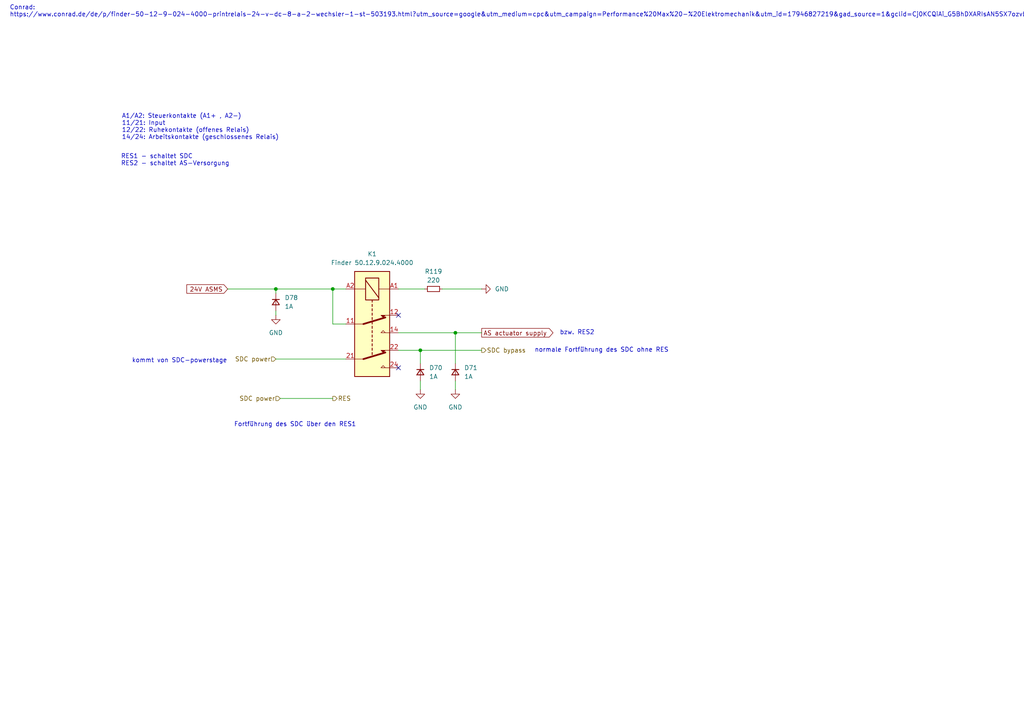
<source format=kicad_sch>
(kicad_sch (version 20231120) (generator "eeschema") (generator_version "8.0")
  (paper "A4")
  (title_block (title "PDU FT25") (date "2025-01-15") (rev "V1.2") (company "Janek Herm") (comment 1 "FaSTTUBe Electronics"))
  (lib_symbols
    (symbol "Device:D_Small" (pin_numbers hide) (pin_names (offset 0.254) hide)
      (property "Reference" "D" (at -1.27 2.032 0))
      (property "Value" "D_Small" (at -3.81 -2.032 0))
      (symbol "D_Small_0_1"
        (polyline (pts (xy -0.762 -1.016) (xy -0.762 1.016)) (stroke (width 0.254)))
        (polyline (pts (xy -0.762 0) (xy 0.762 0)))
        (polyline (pts (xy 0.762 -1.016) (xy -0.762 0) (xy 0.762 1.016) (xy 0.762 -1.016)) (stroke (width 0.254)))
      )
      (symbol "D_Small_1_1"
        (pin passive line (at -2.54 0 0) (length 1.778) (name "K") (number "1"))
        (pin passive line (at 2.54 0 180) (length 1.778) (name "A") (number "2"))
      )
    )
    (symbol "Device:R_Small" (pin_numbers hide) (pin_names (offset 0.254) hide)
      (property "Reference" "R" (at 0.762 0.508 0))
      (property "Value" "R_Small" (at 0.762 -1.016 0))
      (symbol "R_Small_0_1"
        (rectangle (start -0.762 1.778) (end 0.762 -1.778) (stroke (width 0.2032)))
      )
      (symbol "R_Small_1_1"
        (pin passive line (at 0 2.54 270) (length 0.762) (name "~") (number "1"))
        (pin passive line (at 0 -2.54 90) (length 0.762) (name "~") (number "2"))
      )
    )
    (symbol "Relay:Relay_DPDT"
      (property "Reference" "K" (at 16.51 3.81 0))
      (property "Value" "Relay_DPDT" (at 16.51 1.27 0))
      (symbol "Relay_DPDT_0_1"
        (rectangle (start -15.24 5.08) (end 15.24 -5.08) (stroke (width 0.254)) (fill (type background)))
        (rectangle (start -13.335 1.905) (end -6.985 -1.905) (stroke (width 0.254)))
        (polyline (pts (xy -12.7 -1.905) (xy -7.62 1.905)) (stroke (width 0.254)))
        (polyline (pts (xy -10.16 -5.08) (xy -10.16 -1.905)))
        (polyline (pts (xy -10.16 5.08) (xy -10.16 1.905)))
        (polyline (pts (xy -6.985 0) (xy -6.35 0)) (stroke (width 0.254)))
        (polyline (pts (xy -5.715 0) (xy -5.08 0)) (stroke (width 0.254)))
        (polyline (pts (xy -4.445 0) (xy -3.81 0)) (stroke (width 0.254)))
        (polyline (pts (xy -3.175 0) (xy -2.54 0)) (stroke (width 0.254)))
        (polyline (pts (xy -1.905 0) (xy -1.27 0)) (stroke (width 0.254)))
        (polyline (pts (xy -0.635 0) (xy 0 0)) (stroke (width 0.254)))
        (polyline (pts (xy 0 -2.54) (xy -1.905 3.81)) (stroke (width 0.508)))
        (polyline (pts (xy 0 -2.54) (xy 0 -5.08)))
        (polyline (pts (xy 0.635 0) (xy 1.27 0)) (stroke (width 0.254)))
        (polyline (pts (xy 1.905 0) (xy 2.54 0)) (stroke (width 0.254)))
        (polyline (pts (xy 3.175 0) (xy 3.81 0)) (stroke (width 0.254)))
        (polyline (pts (xy 4.445 0) (xy 5.08 0)) (stroke (width 0.254)))
        (polyline (pts (xy 5.715 0) (xy 6.35 0)) (stroke (width 0.254)))
        (polyline (pts (xy 6.985 0) (xy 7.62 0)) (stroke (width 0.254)))
        (polyline (pts (xy 8.255 0) (xy 8.89 0)) (stroke (width 0.254)))
        (polyline (pts (xy 10.16 -2.54) (xy 8.255 3.81)) (stroke (width 0.508)))
        (polyline (pts (xy 10.16 -2.54) (xy 10.16 -5.08)))
        (polyline (pts (xy -2.54 5.08) (xy -2.54 2.54) (xy -1.905 3.175) (xy -2.54 3.81)) (fill (type outline)))
        (polyline (pts (xy 2.54 5.08) (xy 2.54 2.54) (xy 1.905 3.175) (xy 2.54 3.81)))
        (polyline (pts (xy 7.62 5.08) (xy 7.62 2.54) (xy 8.255 3.175) (xy 7.62 3.81)) (fill (type outline)))
        (polyline (pts (xy 12.7 5.08) (xy 12.7 2.54) (xy 12.065 3.175) (xy 12.7 3.81)))
      )
      (symbol "Relay_DPDT_1_1"
        (pin passive line (at 0 -7.62 90) (length 2.54) (name "~") (number "11"))
        (pin passive line (at -2.54 7.62 270) (length 2.54) (name "~") (number "12"))
        (pin passive line (at 2.54 7.62 270) (length 2.54) (name "~") (number "14"))
        (pin passive line (at 10.16 -7.62 90) (length 2.54) (name "~") (number "21"))
        (pin passive line (at 7.62 7.62 270) (length 2.54) (name "~") (number "22"))
        (pin passive line (at 12.7 7.62 270) (length 2.54) (name "~") (number "24"))
        (pin passive line (at -10.16 7.62 270) (length 2.54) (name "~") (number "A1"))
        (pin passive line (at -10.16 -7.62 90) (length 2.54) (name "~") (number "A2"))
      )
    )
    (symbol "power:GND" (power) (pin_numbers hide) (pin_names (offset 0) hide)
      (property "Value" "GND" (at 0 -3.81 0))
      (symbol "GND_0_1"
        (polyline (pts (xy 0 0) (xy 0 -1.27) (xy 1.27 -1.27) (xy 0 -2.54) (xy -1.27 -1.27) (xy 0 -1.27)))
      )
      (symbol "GND_1_1"
        (pin power_in line (at 0 0 270) (length 0) (name "~") (number "1"))
      )
    )
  )
  (junction (at 121.92 101.6))
  (junction (at 80.01 83.82))
  (junction (at 96.52 83.82))
  (junction (at 132.08 96.52))
  (no_connect (at 115.57 91.44))
  (no_connect (at 115.57 106.68))
  (wire (pts (xy 132.08 96.52) (xy 139.7 96.52)))
  (wire (pts (xy 80.01 90.17) (xy 80.01 91.44)))
  (wire (pts (xy 80.01 83.82) (xy 80.01 85.09)))
  (wire (pts (xy 128.27 83.82) (xy 139.7 83.82)))
  (wire (pts (xy 132.08 96.52) (xy 132.08 105.41)))
  (wire (pts (xy 80.01 83.82) (xy 66.04 83.82)))
  (wire (pts (xy 132.08 110.49) (xy 132.08 113.03)))
  (wire (pts (xy 80.01 104.14) (xy 100.33 104.14)))
  (wire (pts (xy 115.57 101.6) (xy 121.92 101.6)))
  (wire (pts (xy 115.57 83.82) (xy 123.19 83.82)))
  (wire (pts (xy 115.57 96.52) (xy 132.08 96.52)))
  (wire (pts (xy 121.92 101.6) (xy 139.7 101.6)))
  (wire (pts (xy 96.52 83.82) (xy 96.52 93.98)))
  (wire (pts (xy 121.92 101.6) (xy 121.92 105.41)))
  (wire (pts (xy 96.52 83.82) (xy 80.01 83.82)))
  (wire (pts (xy 96.52 93.98) (xy 100.33 93.98)))
  (wire (pts (xy 121.92 110.49) (xy 121.92 113.03)))
  (wire (pts (xy 100.33 83.82) (xy 96.52 83.82)))
  (wire (pts (xy 81.28 115.57) (xy 96.52 115.57)))
  (text "normale Fortführung des SDC ohne RES" (at 174.498 101.6 0) (effects (font (size 1.27 1.27) (thickness 0.1588))))
  (text "Fortführung des SDC über den RES1" (at 85.598 123.19 0) (effects (font (size 1.27 1.27) (thickness 0.1588))))
  (text "RES1 - schaltet SDC\nRES2 - schaltet AS-Versorgung" (at 35.052 46.482 0) (effects (font (size 1.27 1.27)) (justify left)))
  (text "bzw. RES2" (at 167.386 96.52 0) (effects (font (size 1.27 1.27))))
  (text "kommt von SDC-powerstage" (at 52.07 104.648 0) (effects (font (size 1.27 1.27))))
  (text "A1/A2: Steuerkontakte (A1+ , A2-)\n11/21: Input\n12/22: Ruhekontakte (offenes Relais)\n14/24: Arbeitskontakte (geschlossenes Relais)" (at 35.306 36.83 0) (effects (font (size 1.27 1.27)) (justify left)))
  (text "Conrad:\nhttps://www.conrad.de/de/p/finder-50-12-9-024-4000-printrelais-24-v-dc-8-a-2-wechsler-1-st-503193.html?utm_source=google&utm_medium=cpc&utm_campaign=Performance%20Max%20-%20Elektromechanik&utm_id=17946827219&gad_source=1&gclid=Cj0KCQiAi_G5BhDXARIsAN5SX7ozvbyzbNAUnu7ULPQTyRg7aDxVNaZ2DbTGICJ_7DeLlrEXfXyp2XEaApkXEALw_wcB" (at 2.794 3.302 0) (effects (font (size 1.27 1.27)) (justify left)))
  (global_label "AS actuator supply" (shape output) (at 139.7 96.52 0) (property "Intersheetrefs" "${INTERSHEET_REFS}" (effects (hide yes))))
  (global_label "24V ASMS" (shape input) (at 66.04 83.82 180) (property "Intersheetrefs" "${INTERSHEET_REFS}" (effects (hide yes))))
  (hierarchical_label "SDC power" (shape input) (at 81.28 115.57 180))
  (hierarchical_label "SDC bypass" (shape output) (at 139.7 101.6 0))
  (hierarchical_label "RES" (shape output) (at 96.52 115.57 0))
  (hierarchical_label "SDC power" (shape input) (at 80.01 104.14 180))
  (symbol (lib_id "power:GND") (at 80.01 91.44 0) (unit 1)
    (property "Reference" "#PWR0228" (effects (hide yes)))
    (property "Value" "GND" (at 80.01 96.52 0))
    (property "Description" "Power symbol creates a global label with name \"GND\" , ground" (effects (hide yes)))
  )
  (symbol (lib_id "Device:R_Small") (at 125.73 83.82 90) (unit 1)
    (property "Reference" "R119" (at 125.73 78.74 90))
    (property "Value" "220" (at 125.73 81.28 90))
    (property "Footprint" "Resistor_SMD:R_0603_1608Metric" (effects (hide yes)))
    (property "Description" "Resistor, small symbol" (effects (hide yes)))
  )
  (symbol (lib_id "Device:D_Small") (at 132.08 107.95 270) (unit 1)
    (property "Reference" "D71" (at 134.62 106.6799 90) (effects (justify left)))
    (property "Value" "1A" (at 134.62 109.2199 90) (effects (justify left)))
    (property "Footprint" "Diode_SMD:D_SOD-123F" (effects (hide yes)))
    (property "Datasheet" "https://www.mouser.de/datasheet/2/389/stpst1h100-3107187.pdf" (effects (hide yes)))
    (property "Description" "Diode, small symbol" (effects (hide yes)))
    (property "Sim.Device" "D" (effects (hide yes)))
    (property "Sim.Pins" "1=K 2=A" (effects (hide yes)))
  )
  (symbol (lib_id "Relay:Relay_DPDT") (at 107.95 93.98 270) (unit 1)
    (property "Reference" "K1" (at 107.95 73.66 90))
    (property "Value" "Finder 50.12.9.024.4000" (at 107.95 76.2 90))
    (property "Footprint" "Relay_THT:Relay_DPDT_Finder_40.52" (effects (hide yes)))
    (property "Datasheet" "https://asset.conrad.com/media10/add/160267/c1/-/de/000503193DS01/datenblatt-503193-finder-501290244000-printrelais-24-vdc-8-a-2-wechsler-1-st.pdf" (effects (hide yes)))
    (property "Description" "24 V/DC 8 A 2 Wechsler" (effects (hide yes)))
  )
  (symbol (lib_id "Device:D_Small") (at 80.01 87.63 270) (unit 1)
    (property "Reference" "D78" (at 82.55 86.3599 90) (effects (justify left)))
    (property "Value" "1A" (at 82.55 88.8999 90) (effects (justify left)))
    (property "Footprint" "Diode_SMD:D_SOD-123F" (effects (hide yes)))
    (property "Datasheet" "https://www.mouser.de/datasheet/2/389/stpst1h100-3107187.pdf" (effects (hide yes)))
    (property "Description" "Diode, small symbol" (effects (hide yes)))
    (property "Sim.Device" "D" (effects (hide yes)))
    (property "Sim.Pins" "1=K 2=A" (effects (hide yes)))
  )
  (symbol (lib_id "power:GND") (at 139.7 83.82 90) (unit 1)
    (property "Reference" "#PWR0178" (effects (hide yes)))
    (property "Value" "GND" (at 143.51 83.8199 90) (effects (justify right)))
    (property "Description" "Power symbol creates a global label with name \"GND\" , ground" (effects (hide yes)))
  )
  (symbol (lib_id "Device:D_Small") (at 121.92 107.95 270) (unit 1)
    (property "Reference" "D70" (at 124.46 106.6799 90) (effects (justify left)))
    (property "Value" "1A" (at 124.46 109.2199 90) (effects (justify left)))
    (property "Footprint" "Diode_SMD:D_SOD-123F" (effects (hide yes)))
    (property "Datasheet" "https://www.mouser.de/datasheet/2/389/stpst1h100-3107187.pdf" (effects (hide yes)))
    (property "Description" "Diode, small symbol" (effects (hide yes)))
    (property "Sim.Device" "D" (effects (hide yes)))
    (property "Sim.Pins" "1=K 2=A" (effects (hide yes)))
  )
  (symbol (lib_id "power:GND") (at 132.08 113.03 0) (unit 1)
    (property "Reference" "#PWR0202" (effects (hide yes)))
    (property "Value" "GND" (at 132.08 118.11 0))
    (property "Description" "Power symbol creates a global label with name \"GND\" , ground" (effects (hide yes)))
  )
  (symbol (lib_id "power:GND") (at 121.92 113.03 0) (unit 1)
    (property "Reference" "#PWR0201" (effects (hide yes)))
    (property "Value" "GND" (at 121.92 118.11 0))
    (property "Description" "Power symbol creates a global label with name \"GND\" , ground" (effects (hide yes)))
  )
)
</source>
